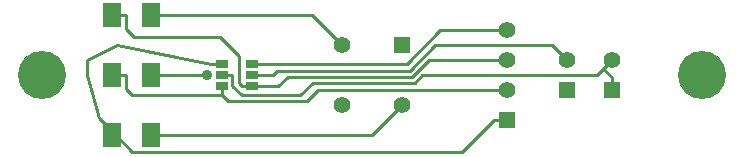
<source format=gtl>
G04 (created by PCBNEW-RS274X (2011-05-25)-stable) date Tue 28 Feb 2012 11:44:01 PM PST*
G01*
G70*
G90*
%MOIN*%
G04 Gerber Fmt 3.4, Leading zero omitted, Abs format*
%FSLAX34Y34*%
G04 APERTURE LIST*
%ADD10C,0.006000*%
%ADD11C,0.160000*%
%ADD12R,0.055000X0.055000*%
%ADD13C,0.055000*%
%ADD14R,0.039400X0.027600*%
%ADD15R,0.060000X0.080000*%
%ADD16C,0.035000*%
%ADD17C,0.010000*%
G04 APERTURE END LIST*
G54D10*
G54D11*
X06500Y-13500D03*
X28500Y-13500D03*
G54D12*
X18500Y-12500D03*
G54D13*
X16500Y-14500D03*
X16500Y-12500D03*
X18500Y-14500D03*
G54D14*
X13500Y-13125D03*
X13500Y-13500D03*
X13500Y-13875D03*
X12500Y-13875D03*
X12500Y-13500D03*
X12500Y-13125D03*
G54D15*
X08850Y-15500D03*
X10150Y-15500D03*
X10150Y-13500D03*
X08850Y-13500D03*
X10150Y-11500D03*
X08850Y-11500D03*
G54D12*
X22000Y-15000D03*
G54D13*
X22000Y-14000D03*
X22000Y-13000D03*
X22000Y-12000D03*
G54D12*
X25500Y-14000D03*
G54D13*
X25500Y-13000D03*
G54D12*
X24000Y-14000D03*
G54D13*
X24000Y-13000D03*
G54D16*
X12024Y-13500D03*
G54D17*
X15500Y-11500D02*
X16500Y-12500D01*
X10150Y-11500D02*
X15500Y-11500D01*
X10150Y-13500D02*
X12024Y-13500D01*
X08850Y-15500D02*
X08964Y-15500D01*
X09000Y-12500D02*
X12150Y-13125D01*
X08000Y-13000D02*
X09000Y-12500D01*
X08000Y-13500D02*
X08000Y-13000D01*
X08396Y-14932D02*
X08000Y-13500D01*
X08964Y-15500D02*
X08396Y-14932D01*
X12500Y-13125D02*
X12150Y-13125D01*
X09518Y-16054D02*
X08964Y-15500D01*
X20518Y-16054D02*
X09518Y-16054D01*
X21572Y-15000D02*
X20518Y-16054D01*
X22000Y-15000D02*
X21572Y-15000D01*
X12500Y-13875D02*
X12500Y-14166D01*
X08850Y-13500D02*
X09303Y-13500D01*
X12703Y-14369D02*
X12500Y-14166D01*
X15355Y-14369D02*
X12703Y-14369D01*
X15724Y-14000D02*
X15355Y-14369D01*
X22000Y-14000D02*
X15724Y-14000D01*
X09303Y-13953D02*
X09303Y-13500D01*
X09516Y-14166D02*
X09303Y-13953D01*
X12500Y-14166D02*
X09516Y-14166D01*
X08850Y-11500D02*
X09303Y-11500D01*
X09303Y-11953D02*
X09303Y-11500D01*
X09579Y-12229D02*
X09303Y-11953D01*
X12433Y-12229D02*
X09579Y-12229D01*
X13065Y-12861D02*
X12433Y-12229D01*
X13065Y-13774D02*
X13065Y-12861D01*
X13166Y-13875D02*
X13065Y-13774D01*
X13500Y-13875D02*
X13166Y-13875D01*
X19404Y-13000D02*
X22000Y-13000D01*
X18848Y-13556D02*
X19404Y-13000D01*
X14711Y-13556D02*
X18848Y-13556D01*
X14392Y-13875D02*
X14711Y-13556D01*
X13500Y-13875D02*
X14392Y-13875D01*
X13500Y-13125D02*
X13850Y-13125D01*
X19788Y-12000D02*
X22000Y-12000D01*
X18663Y-13125D02*
X19788Y-12000D01*
X13850Y-13125D02*
X18663Y-13125D01*
X17500Y-15500D02*
X18500Y-14500D01*
X10150Y-15500D02*
X17500Y-15500D01*
X12500Y-13500D02*
X12850Y-13500D01*
X25500Y-14000D02*
X25500Y-13572D01*
X25214Y-13286D02*
X25500Y-13572D01*
X25000Y-13500D02*
X25214Y-13286D01*
X19192Y-13500D02*
X25000Y-13500D01*
X18933Y-13759D02*
X19192Y-13500D01*
X15532Y-13759D02*
X18933Y-13759D01*
X15125Y-14166D02*
X15532Y-13759D01*
X13168Y-14166D02*
X15125Y-14166D01*
X12850Y-13848D02*
X13168Y-14166D01*
X12850Y-13500D02*
X12850Y-13848D01*
X25214Y-13286D02*
X25500Y-13000D01*
X14196Y-13500D02*
X13500Y-13500D01*
X14347Y-13349D02*
X14196Y-13500D01*
X18766Y-13349D02*
X14347Y-13349D01*
X19615Y-12500D02*
X18766Y-13349D01*
X23500Y-12500D02*
X19615Y-12500D01*
X24000Y-13000D02*
X23500Y-12500D01*
M02*

</source>
